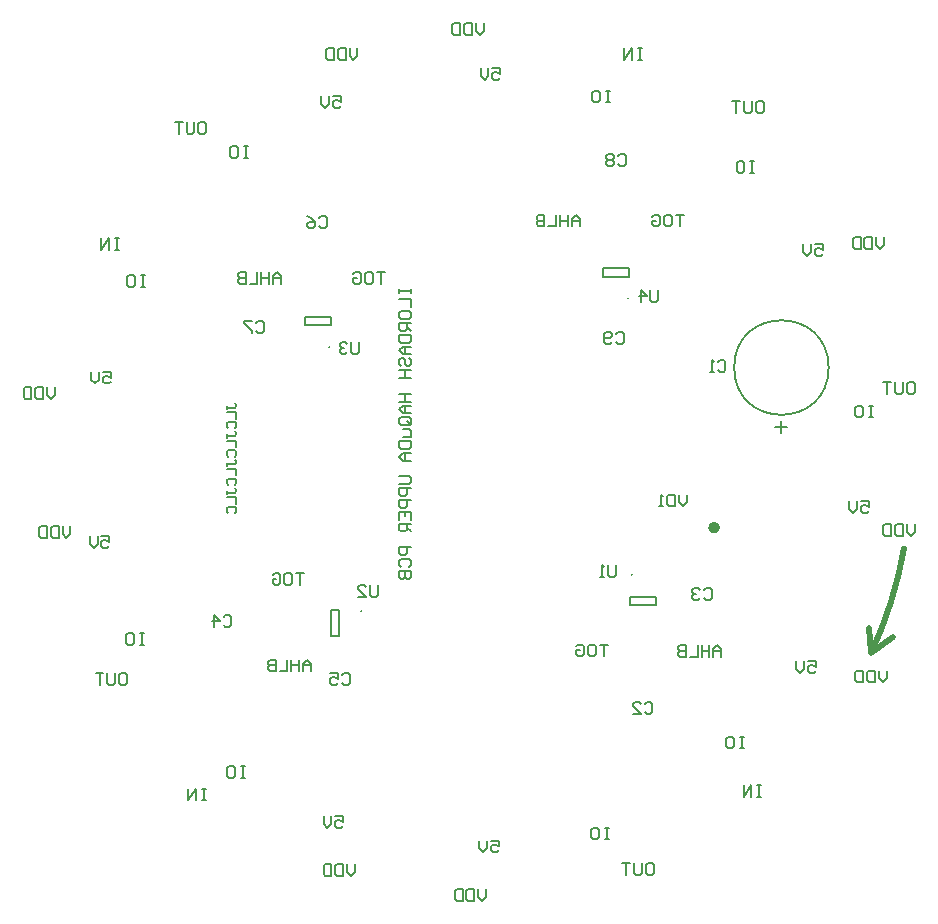
<source format=gbo>
G04*
G04 #@! TF.GenerationSoftware,Altium Limited,Altium Designer,21.7.2 (23)*
G04*
G04 Layer_Color=32896*
%FSLAX25Y25*%
%MOIN*%
G70*
G04*
G04 #@! TF.SameCoordinates,4EB03F82-40D2-4175-A11E-0564D1C33967*
G04*
G04*
G04 #@! TF.FilePolarity,Positive*
G04*
G01*
G75*
%ADD10C,0.00787*%
%ADD79C,0.01968*%
%ADD119C,0.00591*%
D10*
X116142Y30906D02*
G03*
X116142Y30906I-15748J0D01*
G01*
X40945Y63976D02*
X49606Y63976D01*
X40945Y63976D02*
X40945Y61221D01*
X49606D01*
X49606Y63976D02*
X49606Y61221D01*
X-58563Y45079D02*
Y47835D01*
X-49902D01*
Y45079D02*
Y47835D01*
X-58563Y45079D02*
X-49902D01*
X-49803Y-58465D02*
X-47047D01*
X-49803D02*
Y-49803D01*
X-47047D01*
Y-58465D02*
Y-49803D01*
X58464Y-45472D02*
X58464Y-48228D01*
X49803Y-48228D02*
X58464Y-48228D01*
X49803Y-45472D02*
X49803Y-48228D01*
X49803Y-45472D02*
X58464Y-45472D01*
X92520Y119684D02*
X93832D01*
X94488Y119028D01*
Y116404D01*
X93832Y115748D01*
X92520D01*
X91864Y116404D01*
Y119028D01*
X92520Y119684D01*
X90552D02*
Y116404D01*
X89897Y115748D01*
X88585D01*
X87929Y116404D01*
Y119684D01*
X86617D02*
X83993D01*
X85305D01*
Y115748D01*
X87795Y-92127D02*
X86483D01*
X87139D01*
Y-96063D01*
X87795D01*
X86483D01*
X82548Y-92127D02*
X83859D01*
X84516Y-92783D01*
Y-95407D01*
X83859Y-96063D01*
X82548D01*
X81892Y-95407D01*
Y-92783D01*
X82548Y-92127D01*
X93701Y-108269D02*
X92389D01*
X93045D01*
Y-112205D01*
X93701D01*
X92389D01*
X90421D02*
Y-108269D01*
X87797Y-112205D01*
Y-108269D01*
X135433Y-70080D02*
Y-72704D01*
X134121Y-74016D01*
X132809Y-72704D01*
Y-70080D01*
X131497D02*
Y-74016D01*
X129530D01*
X128874Y-73360D01*
Y-70736D01*
X129530Y-70080D01*
X131497D01*
X127562D02*
Y-74016D01*
X125594D01*
X124938Y-73360D01*
Y-70736D01*
X125594Y-70080D01*
X127562D01*
X109187Y-66930D02*
X111811D01*
Y-68898D01*
X110499Y-68242D01*
X109843D01*
X109187Y-68898D01*
Y-70210D01*
X109843Y-70866D01*
X111155D01*
X111811Y-70210D01*
X107875Y-66930D02*
Y-69554D01*
X106563Y-70866D01*
X105252Y-69554D01*
Y-66930D01*
X42913Y-122442D02*
X41601D01*
X42257D01*
Y-126378D01*
X42913D01*
X41601D01*
X37666Y-122442D02*
X38978D01*
X39634Y-123098D01*
Y-125722D01*
X38978Y-126378D01*
X37666D01*
X37010Y-125722D01*
Y-123098D01*
X37666Y-122442D01*
X55906Y-134253D02*
X57218D01*
X57874Y-134909D01*
Y-137533D01*
X57218Y-138189D01*
X55906D01*
X55250Y-137533D01*
Y-134909D01*
X55906Y-134253D01*
X53938D02*
Y-137533D01*
X53282Y-138189D01*
X51970D01*
X51315Y-137533D01*
Y-134253D01*
X50002D02*
X47379D01*
X48691D01*
Y-138189D01*
X1969Y-142915D02*
Y-145538D01*
X657Y-146850D01*
X-655Y-145538D01*
Y-142915D01*
X-1967D02*
Y-146850D01*
X-3935D01*
X-4591Y-146194D01*
Y-143571D01*
X-3935Y-142915D01*
X-1967D01*
X-5903D02*
Y-146850D01*
X-7871D01*
X-8527Y-146194D01*
Y-143571D01*
X-7871Y-142915D01*
X-5903D01*
X3675Y-126773D02*
X6299D01*
Y-128741D01*
X4987Y-128085D01*
X4331D01*
X3675Y-128741D01*
Y-130053D01*
X4331Y-130709D01*
X5643D01*
X6299Y-130053D01*
X2363Y-126773D02*
Y-129397D01*
X1052Y-130709D01*
X-260Y-129397D01*
Y-126773D01*
X-78347Y-101970D02*
X-79658D01*
X-79002D01*
Y-105905D01*
X-78347D01*
X-79658D01*
X-83594Y-101970D02*
X-82282D01*
X-81626Y-102626D01*
Y-105250D01*
X-82282Y-105905D01*
X-83594D01*
X-84250Y-105250D01*
Y-102626D01*
X-83594Y-101970D01*
X-91339Y-109450D02*
X-92651D01*
X-91995D01*
Y-113386D01*
X-91339D01*
X-92651D01*
X-94618D02*
Y-109450D01*
X-97242Y-113386D01*
Y-109450D01*
X-41732Y-134647D02*
Y-137271D01*
X-43044Y-138583D01*
X-44356Y-137271D01*
Y-134647D01*
X-45668D02*
Y-138583D01*
X-47636D01*
X-48292Y-137927D01*
Y-135303D01*
X-47636Y-134647D01*
X-45668D01*
X-49604D02*
Y-138583D01*
X-51572D01*
X-52228Y-137927D01*
Y-135303D01*
X-51572Y-134647D01*
X-49604D01*
X-48293Y-118505D02*
X-45669D01*
Y-120473D01*
X-46981Y-119817D01*
X-47637D01*
X-48293Y-120473D01*
Y-121785D01*
X-47637Y-122441D01*
X-46325D01*
X-45669Y-121785D01*
X-49605Y-118505D02*
Y-121129D01*
X-50917Y-122441D01*
X-52229Y-121129D01*
Y-118505D01*
X-77559Y104723D02*
X-78871D01*
X-78215D01*
Y100787D01*
X-77559D01*
X-78871D01*
X-82807Y104723D02*
X-81495D01*
X-80839Y104067D01*
Y101443D01*
X-81495Y100787D01*
X-82807D01*
X-83463Y101443D01*
Y104067D01*
X-82807Y104723D01*
X-93306Y112597D02*
X-91995D01*
X-91339Y111941D01*
Y109317D01*
X-91995Y108661D01*
X-93306D01*
X-93962Y109317D01*
Y111941D01*
X-93306Y112597D01*
X-95274D02*
Y109317D01*
X-95930Y108661D01*
X-97242D01*
X-97898Y109317D01*
Y112597D01*
X-99210D02*
X-101834D01*
X-100522D01*
Y108661D01*
X-40945Y137400D02*
Y134776D01*
X-42257Y133465D01*
X-43569Y134776D01*
Y137400D01*
X-44881D02*
Y133465D01*
X-46848D01*
X-47504Y134121D01*
Y136744D01*
X-46848Y137400D01*
X-44881D01*
X-48816D02*
Y133465D01*
X-50784D01*
X-51440Y134121D01*
Y136744D01*
X-50784Y137400D01*
X-48816D01*
X-49081Y121259D02*
X-46457D01*
Y119291D01*
X-47769Y119947D01*
X-48425D01*
X-49081Y119291D01*
Y117979D01*
X-48425Y117323D01*
X-47113D01*
X-46457Y117979D01*
X-50392Y121259D02*
Y118635D01*
X-51704Y117323D01*
X-53016Y118635D01*
Y121259D01*
X-111811Y61810D02*
X-113123D01*
X-112467D01*
Y57874D01*
X-111811D01*
X-113123D01*
X-117059Y61810D02*
X-115747D01*
X-115091Y61154D01*
Y58530D01*
X-115747Y57874D01*
X-117059D01*
X-117715Y58530D01*
Y61154D01*
X-117059Y61810D01*
X-120472Y74015D02*
X-121784D01*
X-121128D01*
Y70079D01*
X-120472D01*
X-121784D01*
X-123752D02*
Y74015D01*
X-126376Y70079D01*
Y74015D01*
X-141732Y24408D02*
Y21784D01*
X-143044Y20472D01*
X-144356Y21784D01*
Y24408D01*
X-145668D02*
Y20472D01*
X-147636D01*
X-148292Y21128D01*
Y23752D01*
X-147636Y24408D01*
X-145668D01*
X-149604D02*
Y20472D01*
X-151572D01*
X-152228Y21128D01*
Y23752D01*
X-151572Y24408D01*
X-149604D01*
X-125852Y29526D02*
X-123228D01*
Y27558D01*
X-124540Y28214D01*
X-125196D01*
X-125852Y27558D01*
Y26247D01*
X-125196Y25591D01*
X-123884D01*
X-123228Y26247D01*
X-127164Y29526D02*
Y26902D01*
X-128476Y25591D01*
X-129788Y26902D01*
Y29526D01*
X-112205Y-57482D02*
X-113517D01*
X-112861D01*
Y-61417D01*
X-112205D01*
X-113517D01*
X-117452Y-57482D02*
X-116140D01*
X-115484Y-58138D01*
Y-60761D01*
X-116140Y-61417D01*
X-117452D01*
X-118108Y-60761D01*
Y-58138D01*
X-117452Y-57482D01*
X-119684Y-70867D02*
X-118372D01*
X-117717Y-71523D01*
Y-74147D01*
X-118372Y-74803D01*
X-119684D01*
X-120340Y-74147D01*
Y-71523D01*
X-119684Y-70867D01*
X-121652D02*
Y-74147D01*
X-122308Y-74803D01*
X-123620D01*
X-124276Y-74147D01*
Y-70867D01*
X-125588D02*
X-128212D01*
X-126900D01*
Y-74803D01*
X-136614Y-22049D02*
Y-24672D01*
X-137926Y-25984D01*
X-139238Y-24672D01*
Y-22049D01*
X-140550D02*
Y-25984D01*
X-142518D01*
X-143174Y-25328D01*
Y-22704D01*
X-142518Y-22049D01*
X-140550D01*
X-144486D02*
Y-25984D01*
X-146453D01*
X-147109Y-25328D01*
Y-22704D01*
X-146453Y-22049D01*
X-144486D01*
X-126246Y-25198D02*
X-123622D01*
Y-27166D01*
X-124934Y-26510D01*
X-125590D01*
X-126246Y-27166D01*
Y-28478D01*
X-125590Y-29134D01*
X-124278D01*
X-123622Y-28478D01*
X-127558Y-25198D02*
Y-27822D01*
X-128870Y-29134D01*
X-130182Y-27822D01*
Y-25198D01*
X43307Y123227D02*
X41995D01*
X42651D01*
Y119291D01*
X43307D01*
X41995D01*
X38059Y123227D02*
X39371D01*
X40027Y122571D01*
Y119947D01*
X39371Y119291D01*
X38059D01*
X37404Y119947D01*
Y122571D01*
X38059Y123227D01*
X53937Y137400D02*
X52625D01*
X53281D01*
Y133465D01*
X53937D01*
X52625D01*
X50657D02*
Y137400D01*
X48033Y133465D01*
Y137400D01*
X1181Y145668D02*
Y143044D01*
X-131Y141732D01*
X-1443Y143044D01*
Y145668D01*
X-2755D02*
Y141732D01*
X-4722D01*
X-5378Y142388D01*
Y145012D01*
X-4722Y145668D01*
X-2755D01*
X-6690D02*
Y141732D01*
X-8658D01*
X-9314Y142388D01*
Y145012D01*
X-8658Y145668D01*
X-6690D01*
X4069Y130707D02*
X6693D01*
Y128740D01*
X5381Y129395D01*
X4725D01*
X4069Y128740D01*
Y127428D01*
X4725Y126772D01*
X6037D01*
X6693Y127428D01*
X2757Y130707D02*
Y128084D01*
X1445Y126772D01*
X133Y128084D01*
Y130707D01*
X130807Y18207D02*
X129495D01*
X130151D01*
Y14272D01*
X130807D01*
X129495D01*
X125559Y18207D02*
X126871D01*
X127527Y17551D01*
Y14928D01*
X126871Y14272D01*
X125559D01*
X124904Y14928D01*
Y17551D01*
X125559Y18207D01*
X142914Y25983D02*
X144226D01*
X144882Y25327D01*
Y22703D01*
X144226Y22047D01*
X142914D01*
X142258Y22703D01*
Y25327D01*
X142914Y25983D01*
X140946D02*
Y22703D01*
X140290Y22047D01*
X138978D01*
X138322Y22703D01*
Y25983D01*
X137010D02*
X134387D01*
X135698D01*
Y22047D01*
X144882Y-21261D02*
Y-23885D01*
X143570Y-25197D01*
X142258Y-23885D01*
Y-21261D01*
X140946D02*
Y-25197D01*
X138978D01*
X138322Y-24541D01*
Y-21917D01*
X138978Y-21261D01*
X140946D01*
X137010D02*
Y-25197D01*
X135043D01*
X134387Y-24541D01*
Y-21917D01*
X135043Y-21261D01*
X137010D01*
X126805Y-13682D02*
X129429D01*
Y-15650D01*
X128117Y-14994D01*
X127461D01*
X126805Y-15650D01*
Y-16962D01*
X127461Y-17618D01*
X128773D01*
X129429Y-16962D01*
X125493Y-13682D02*
Y-16306D01*
X124181Y-17618D01*
X122870Y-16306D01*
Y-13682D01*
X91352Y99640D02*
X90040D01*
X90696D01*
Y95704D01*
X91352D01*
X90040D01*
X86105Y99640D02*
X87417D01*
X88073Y98984D01*
Y96360D01*
X87417Y95704D01*
X86105D01*
X85449Y96360D01*
Y98984D01*
X86105Y99640D01*
X134646Y74408D02*
Y71784D01*
X133334Y70472D01*
X132022Y71784D01*
Y74408D01*
X130710D02*
Y70472D01*
X128742D01*
X128086Y71128D01*
Y73752D01*
X128742Y74408D01*
X130710D01*
X126774D02*
Y70472D01*
X124806D01*
X124150Y71128D01*
Y73752D01*
X124806Y74408D01*
X126774D01*
X111549Y72046D02*
X114173D01*
Y70078D01*
X112861Y70734D01*
X112205D01*
X111549Y70078D01*
Y68766D01*
X112205Y68110D01*
X113517D01*
X114173Y68766D01*
X110238Y72046D02*
Y69422D01*
X108926Y68110D01*
X107614Y69422D01*
Y72046D01*
X-26967Y56939D02*
Y55627D01*
Y56283D01*
X-23031D01*
Y56939D01*
Y55627D01*
X-26967Y53659D02*
X-23031D01*
Y51035D01*
X-26967Y47756D02*
Y49068D01*
X-26311Y49724D01*
X-23687D01*
X-23031Y49068D01*
Y47756D01*
X-23687Y47100D01*
X-26311D01*
X-26967Y47756D01*
X-23031Y45788D02*
X-26967D01*
Y43820D01*
X-26311Y43164D01*
X-24999D01*
X-24343Y43820D01*
Y45788D01*
Y44476D02*
X-23031Y43164D01*
X-26967Y41852D02*
X-23031D01*
Y39884D01*
X-23687Y39228D01*
X-26311D01*
X-26967Y39884D01*
Y41852D01*
X-23031Y37916D02*
X-25655D01*
X-26967Y36604D01*
X-25655Y35293D01*
X-23031D01*
X-24999D01*
Y37916D01*
X-26311Y31357D02*
X-26967Y32013D01*
Y33325D01*
X-26311Y33981D01*
X-25655D01*
X-24999Y33325D01*
Y32013D01*
X-24343Y31357D01*
X-23687D01*
X-23031Y32013D01*
Y33325D01*
X-23687Y33981D01*
X-26967Y30045D02*
X-23031D01*
X-24999D01*
Y27421D01*
X-26967D01*
X-23031D01*
X-26967Y22173D02*
X-23031D01*
X-24999D01*
Y19549D01*
X-26967D01*
X-23031D01*
Y18238D02*
X-25655D01*
X-26967Y16926D01*
X-25655Y15614D01*
X-23031D01*
X-24999D01*
Y18238D01*
X-23687Y11678D02*
X-26311D01*
X-26967Y12334D01*
Y13646D01*
X-26311Y14302D01*
X-23687D01*
X-23031Y13646D01*
Y12334D01*
X-24343Y12990D02*
X-23031Y11678D01*
Y12334D02*
X-23687Y11678D01*
X-25655Y10366D02*
X-23687D01*
X-23031Y9710D01*
Y7742D01*
X-25655D01*
X-26967Y6430D02*
X-23031D01*
Y4462D01*
X-23687Y3807D01*
X-26311D01*
X-26967Y4462D01*
Y6430D01*
X-23031Y2495D02*
X-25655D01*
X-26967Y1183D01*
X-25655Y-129D01*
X-23031D01*
X-24999D01*
Y2495D01*
X-26967Y-5377D02*
X-23687D01*
X-23031Y-6033D01*
Y-7345D01*
X-23687Y-8001D01*
X-26967D01*
X-23031Y-9313D02*
X-26967D01*
Y-11281D01*
X-26311Y-11936D01*
X-24999D01*
X-24343Y-11281D01*
Y-9313D01*
X-23031Y-13248D02*
X-26967D01*
Y-15216D01*
X-26311Y-15872D01*
X-24999D01*
X-24343Y-15216D01*
Y-13248D01*
X-26967Y-19808D02*
Y-17184D01*
X-23031D01*
Y-19808D01*
X-24999Y-17184D02*
Y-18496D01*
X-23031Y-21120D02*
X-26967D01*
Y-23088D01*
X-26311Y-23744D01*
X-24999D01*
X-24343Y-23088D01*
Y-21120D01*
Y-22432D02*
X-23031Y-23744D01*
Y-28991D02*
X-26967D01*
Y-30959D01*
X-26311Y-31615D01*
X-24999D01*
X-24343Y-30959D01*
Y-28991D01*
X-26311Y-35551D02*
X-26967Y-34895D01*
Y-33583D01*
X-26311Y-32927D01*
X-23687D01*
X-23031Y-33583D01*
Y-34895D01*
X-23687Y-35551D01*
X-26967Y-36863D02*
X-23031D01*
Y-38831D01*
X-23687Y-39487D01*
X-24343D01*
X-24999Y-38831D01*
Y-36863D01*
Y-38831D01*
X-25655Y-39487D01*
X-26311D01*
X-26967Y-38831D01*
Y-36863D01*
X59382Y56594D02*
Y53314D01*
X58726Y52658D01*
X57414D01*
X56758Y53314D01*
Y56594D01*
X53478Y52658D02*
Y56594D01*
X55446Y54626D01*
X52823D01*
X33200Y77953D02*
Y80577D01*
X31888Y81889D01*
X30576Y80577D01*
Y77953D01*
Y79921D01*
X33200D01*
X29264Y81889D02*
Y77953D01*
Y79921D01*
X26640D01*
Y81889D01*
Y77953D01*
X25328Y81889D02*
Y77953D01*
X22704D01*
X21393Y81889D02*
Y77953D01*
X19425D01*
X18769Y78609D01*
Y79265D01*
X19425Y79921D01*
X21393D01*
X19425D01*
X18769Y80577D01*
Y81233D01*
X19425Y81889D01*
X21393D01*
X67846D02*
X65222D01*
X66534D01*
Y77953D01*
X61942Y81889D02*
X63254D01*
X63910Y81233D01*
Y78609D01*
X63254Y77953D01*
X61942D01*
X61286Y78609D01*
Y81233D01*
X61942Y81889D01*
X57351Y81233D02*
X58007Y81889D01*
X59319D01*
X59975Y81233D01*
Y78609D01*
X59319Y77953D01*
X58007D01*
X57351Y78609D01*
Y79921D01*
X58663D01*
X-66407Y58662D02*
Y61286D01*
X-67718Y62598D01*
X-69030Y61286D01*
Y58662D01*
Y60630D01*
X-66407D01*
X-70342Y62598D02*
Y58662D01*
Y60630D01*
X-72966D01*
Y62598D01*
Y58662D01*
X-74278Y62598D02*
Y58662D01*
X-76902D01*
X-78214Y62598D02*
Y58662D01*
X-80182D01*
X-80838Y59318D01*
Y59974D01*
X-80182Y60630D01*
X-78214D01*
X-80182D01*
X-80838Y61286D01*
Y61942D01*
X-80182Y62598D01*
X-78214D01*
X-31760D02*
X-34384D01*
X-33072D01*
Y58662D01*
X-37664Y62598D02*
X-36352D01*
X-35696Y61942D01*
Y59318D01*
X-36352Y58662D01*
X-37664D01*
X-38320Y59318D01*
Y61942D01*
X-37664Y62598D01*
X-42255Y61942D02*
X-41600Y62598D01*
X-40288D01*
X-39632Y61942D01*
Y59318D01*
X-40288Y58662D01*
X-41600D01*
X-42255Y59318D01*
Y60630D01*
X-40944D01*
X-56367Y-70373D02*
Y-67750D01*
X-57679Y-66438D01*
X-58991Y-67750D01*
Y-70373D01*
Y-68405D01*
X-56367D01*
X-60303Y-66438D02*
Y-70373D01*
Y-68405D01*
X-62927D01*
Y-66438D01*
Y-70373D01*
X-64239Y-66438D02*
Y-70373D01*
X-66862D01*
X-68174Y-66438D02*
Y-70373D01*
X-70142D01*
X-70798Y-69717D01*
Y-69061D01*
X-70142Y-68405D01*
X-68174D01*
X-70142D01*
X-70798Y-67750D01*
Y-67094D01*
X-70142Y-66438D01*
X-68174D01*
X-58729Y-37697D02*
X-61352D01*
X-60041D01*
Y-41633D01*
X-64632Y-37697D02*
X-63320D01*
X-62665Y-38353D01*
Y-40977D01*
X-63320Y-41633D01*
X-64632D01*
X-65288Y-40977D01*
Y-38353D01*
X-64632Y-37697D01*
X-69224Y-38353D02*
X-68568Y-37697D01*
X-67256D01*
X-66600Y-38353D01*
Y-40977D01*
X-67256Y-41633D01*
X-68568D01*
X-69224Y-40977D01*
Y-39665D01*
X-67912D01*
X80345Y-65649D02*
Y-63025D01*
X79033Y-61713D01*
X77722Y-63025D01*
Y-65649D01*
Y-63681D01*
X80345D01*
X76410Y-61713D02*
Y-65649D01*
Y-63681D01*
X73786D01*
Y-61713D01*
Y-65649D01*
X72474Y-61713D02*
Y-65649D01*
X69850D01*
X68538Y-61713D02*
Y-65649D01*
X66570D01*
X65914Y-64993D01*
Y-64337D01*
X66570Y-63681D01*
X68538D01*
X66570D01*
X65914Y-63025D01*
Y-62369D01*
X66570Y-61713D01*
X68538D01*
X42551Y-61418D02*
X39927D01*
X41239D01*
Y-65354D01*
X36647Y-61418D02*
X37959D01*
X38615Y-62074D01*
Y-64698D01*
X37959Y-65354D01*
X36647D01*
X35991Y-64698D01*
Y-62074D01*
X36647Y-61418D01*
X32056Y-62074D02*
X32711Y-61418D01*
X34023D01*
X34679Y-62074D01*
Y-64698D01*
X34023Y-65354D01*
X32711D01*
X32056Y-64698D01*
Y-63386D01*
X33367D01*
X-40323Y39369D02*
Y36090D01*
X-40979Y35434D01*
X-42290D01*
X-42946Y36090D01*
Y39369D01*
X-44258Y38713D02*
X-44914Y39369D01*
X-46226D01*
X-46882Y38713D01*
Y38058D01*
X-46226Y37402D01*
X-45570D01*
X-46226D01*
X-46882Y36746D01*
Y36090D01*
X-46226Y35434D01*
X-44914D01*
X-44258Y36090D01*
X-34122Y-41733D02*
Y-45013D01*
X-34778Y-45669D01*
X-36090D01*
X-36746Y-45013D01*
Y-41733D01*
X-40681Y-45669D02*
X-38058D01*
X-40681Y-43045D01*
Y-42389D01*
X-40025Y-41733D01*
X-38713D01*
X-38058Y-42389D01*
X45243Y41962D02*
X45899Y42617D01*
X47210D01*
X47866Y41962D01*
Y39338D01*
X47210Y38682D01*
X45899D01*
X45243Y39338D01*
X43931D02*
X43275Y38682D01*
X41963D01*
X41307Y39338D01*
Y41962D01*
X41963Y42617D01*
X43275D01*
X43931Y41962D01*
Y41306D01*
X43275Y40650D01*
X41307D01*
X45932Y101312D02*
X46587Y101968D01*
X47899D01*
X48555Y101312D01*
Y98688D01*
X47899Y98032D01*
X46587D01*
X45932Y98688D01*
X44620Y101312D02*
X43964Y101968D01*
X42652D01*
X41996Y101312D01*
Y100656D01*
X42652Y100000D01*
X41996Y99344D01*
Y98688D01*
X42652Y98032D01*
X43964D01*
X44620Y98688D01*
Y99344D01*
X43964Y100000D01*
X44620Y100656D01*
Y101312D01*
X43964Y100000D02*
X42652D01*
X-74836Y45603D02*
X-74180Y46259D01*
X-72868D01*
X-72212Y45603D01*
Y42979D01*
X-72868Y42323D01*
X-74180D01*
X-74836Y42979D01*
X-76148Y46259D02*
X-78772D01*
Y45603D01*
X-76148Y42979D01*
Y42323D01*
X-53675Y80840D02*
X-53019Y81495D01*
X-51707D01*
X-51051Y80840D01*
Y78216D01*
X-51707Y77560D01*
X-53019D01*
X-53675Y78216D01*
X-57610Y81495D02*
X-56299Y80840D01*
X-54987Y79528D01*
Y78216D01*
X-55643Y77560D01*
X-56954D01*
X-57610Y78216D01*
Y78872D01*
X-56954Y79528D01*
X-54987D01*
X-46194Y-71523D02*
X-45538Y-70867D01*
X-44227D01*
X-43571Y-71523D01*
Y-74147D01*
X-44227Y-74803D01*
X-45538D01*
X-46194Y-74147D01*
X-50130Y-70867D02*
X-47506D01*
Y-72835D01*
X-48818Y-72179D01*
X-49474D01*
X-50130Y-72835D01*
Y-74147D01*
X-49474Y-74803D01*
X-48162D01*
X-47506Y-74147D01*
X-85565Y-52330D02*
X-84909Y-51674D01*
X-83597D01*
X-82941Y-52330D01*
Y-54954D01*
X-83597Y-55610D01*
X-84909D01*
X-85565Y-54954D01*
X-88844Y-55610D02*
Y-51674D01*
X-86876Y-53642D01*
X-89500D01*
X74672Y-43373D02*
X75328Y-42717D01*
X76640D01*
X77296Y-43373D01*
Y-45997D01*
X76640Y-46653D01*
X75328D01*
X74672Y-45997D01*
X73360Y-43373D02*
X72704Y-42717D01*
X71392D01*
X70736Y-43373D01*
Y-44029D01*
X71392Y-44685D01*
X72048D01*
X71392D01*
X70736Y-45341D01*
Y-45997D01*
X71392Y-46653D01*
X72704D01*
X73360Y-45997D01*
X54790Y-81365D02*
X55446Y-80709D01*
X56758D01*
X57414Y-81365D01*
Y-83989D01*
X56758Y-84645D01*
X55446D01*
X54790Y-83989D01*
X50854Y-84645D02*
X53478D01*
X50854Y-82021D01*
Y-81365D01*
X51510Y-80709D01*
X52822D01*
X53478Y-81365D01*
X79134Y32808D02*
X79790Y33464D01*
X81102D01*
X81758Y32808D01*
Y30184D01*
X81102Y29528D01*
X79790D01*
X79134Y30184D01*
X77822Y29528D02*
X76510D01*
X77166D01*
Y33464D01*
X77822Y32808D01*
X68765Y-11418D02*
Y-14042D01*
X67453Y-15354D01*
X66141Y-14042D01*
Y-11418D01*
X64829D02*
Y-15354D01*
X62861D01*
X62205Y-14698D01*
Y-12074D01*
X62861Y-11418D01*
X64829D01*
X60893Y-15354D02*
X59582D01*
X60237D01*
Y-11418D01*
X60893Y-12074D01*
X45143Y-35040D02*
Y-38320D01*
X44488Y-38976D01*
X43176D01*
X42520Y-38320D01*
Y-35040D01*
X41208Y-38976D02*
X39896D01*
X40552D01*
Y-35040D01*
X41208Y-35696D01*
D79*
X130315Y-64173D02*
G03*
X141256Y-29401I-124816J58382D01*
G01*
X78937Y-22441D02*
G03*
X78937Y-22441I-984J0D01*
G01*
X130315Y-64173D02*
X137726Y-58863D01*
X129750Y-55776D02*
X130302Y-64059D01*
D119*
X49213Y53937D02*
G03*
X49213Y53937I-197J0D01*
G01*
X-50295Y37795D02*
G03*
X-50295Y37795I-197J0D01*
G01*
X-39567Y-50394D02*
G03*
X-39567Y-50394I-197J0D01*
G01*
X50590Y-38189D02*
G03*
X50590Y-38189I-197J0D01*
G01*
X100346Y9055D02*
Y12991D01*
X102313Y11023D02*
X98378D01*
X-84448Y16995D02*
Y18045D01*
Y17520D01*
X-81824D01*
X-81299Y18045D01*
Y18570D01*
X-81824Y19094D01*
X-84448Y15946D02*
X-81299D01*
Y13847D01*
X-83923Y10698D02*
X-84448Y11223D01*
Y12273D01*
X-83923Y12797D01*
X-81824D01*
X-81299Y12273D01*
Y11223D01*
X-81824Y10698D01*
X-84448Y7550D02*
Y8599D01*
Y8074D01*
X-81824D01*
X-81299Y8599D01*
Y9124D01*
X-81824Y9649D01*
X-84448Y6500D02*
X-81299D01*
Y4401D01*
X-83923Y1252D02*
X-84448Y1777D01*
Y2827D01*
X-83923Y3352D01*
X-81824D01*
X-81299Y2827D01*
Y1777D01*
X-81824Y1252D01*
X-84448Y-1896D02*
Y-847D01*
Y-1371D01*
X-81824D01*
X-81299Y-847D01*
Y-322D01*
X-81824Y203D01*
X-84448Y-2946D02*
X-81299D01*
Y-5045D01*
X-83923Y-8193D02*
X-84448Y-7668D01*
Y-6619D01*
X-83923Y-6094D01*
X-81824D01*
X-81299Y-6619D01*
Y-7668D01*
X-81824Y-8193D01*
X-84448Y-11342D02*
Y-10292D01*
Y-10817D01*
X-81824D01*
X-81299Y-10292D01*
Y-9768D01*
X-81824Y-9243D01*
X-84448Y-12391D02*
X-81299D01*
Y-14491D01*
X-83923Y-17639D02*
X-84448Y-17114D01*
Y-16065D01*
X-83923Y-15540D01*
X-81824D01*
X-81299Y-16065D01*
Y-17114D01*
X-81824Y-17639D01*
M02*

</source>
